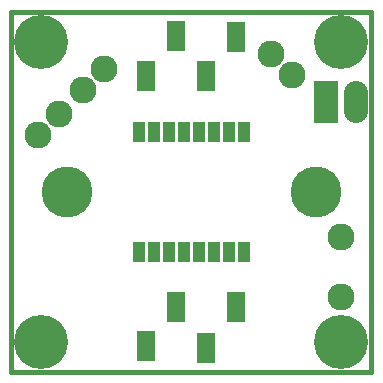
<source format=gbs>
G04 (created by PCBNEW-RS274X (2010-05-05 BZR 2356)-stable) date 12/22/10 19:34:27*
G01*
G70*
G90*
%MOIN*%
G04 Gerber Fmt 3.4, Leading zero omitted, Abs format*
%FSLAX34Y34*%
G04 APERTURE LIST*
%ADD10C,0.005000*%
%ADD11C,0.015000*%
%ADD12C,0.170000*%
%ADD13R,0.060000X0.100000*%
%ADD14C,0.090000*%
%ADD15R,0.080000X0.140000*%
%ADD16O,0.080000X0.140000*%
%ADD17C,0.180000*%
%ADD18R,0.040000X0.065000*%
G04 APERTURE END LIST*
G54D10*
G54D11*
X10000Y-22000D02*
X10000Y-10000D01*
X22000Y-22000D02*
X10000Y-22000D01*
X22000Y-10000D02*
X22000Y-22000D01*
X10000Y-10000D02*
X22000Y-10000D01*
G54D12*
X20150Y-16000D03*
X11850Y-16000D03*
G54D13*
X14500Y-21150D03*
X15500Y-19850D03*
X16500Y-21200D03*
X17500Y-19850D03*
X17500Y-10850D03*
X16500Y-12150D03*
X15500Y-10800D03*
X14500Y-12150D03*
G54D14*
X21000Y-19500D03*
X21000Y-17500D03*
G54D15*
X20500Y-13000D03*
G54D16*
X21500Y-13000D03*
G54D14*
X18646Y-11396D03*
X19354Y-12104D03*
X12396Y-12604D03*
X13104Y-11896D03*
X10896Y-14104D03*
X11604Y-13396D03*
G54D17*
X21000Y-21000D03*
X11000Y-21000D03*
X11000Y-11000D03*
X21000Y-11000D03*
G54D18*
X14250Y-14000D03*
X14750Y-14000D03*
X15250Y-14000D03*
X15750Y-14000D03*
X16250Y-14000D03*
X16750Y-14000D03*
X17250Y-14000D03*
X17750Y-14000D03*
X17750Y-18000D03*
X17250Y-18000D03*
X16750Y-18000D03*
X16250Y-18000D03*
X15750Y-18000D03*
X15250Y-18000D03*
X14750Y-18000D03*
X14250Y-18000D03*
M02*

</source>
